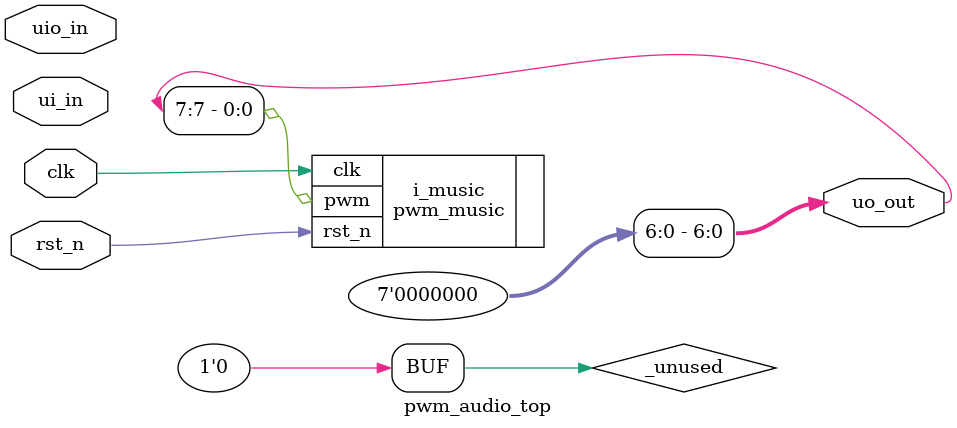
<source format=v>
/*
 * Copyright (c) 2024 Michael Bell
 * SPDX-License-Identifier: Apache-2.0
 */

`default_nettype none

module pwm_audio_top (
        input clk,
        input rst_n,

        input [7:0] ui_in,
        input [7:0] uio_in,
        output [7:0] uo_out

);
    localparam CLOCK_FREQ = 40_000_000;

    wire [7:0] sample;

`ifdef TONE
    pwm_audio i_pwm(
        .clk(clk),
        .rst_n(rst_n),

        .sample(sample),

        .pwm(uo_out[7])
    );

    pwm_sample i_sample(
        .clk(clk),
        .rst_n(rst_n),

        .divider({ui_in, uio_in[3:0]}),

        .sample(sample)
    );
`else
    pwm_music i_music(
        .clk(clk),
        .rst_n(rst_n),

        .pwm(uo_out[7])
    );
`endif

  // All output pins must be assigned. If not used, assign to 0.
  assign uo_out[6:0] = 0;

  // List all unused inputs to prevent warnings
  wire _unused = &{uio_in[7:4], 1'b0};

endmodule

</source>
